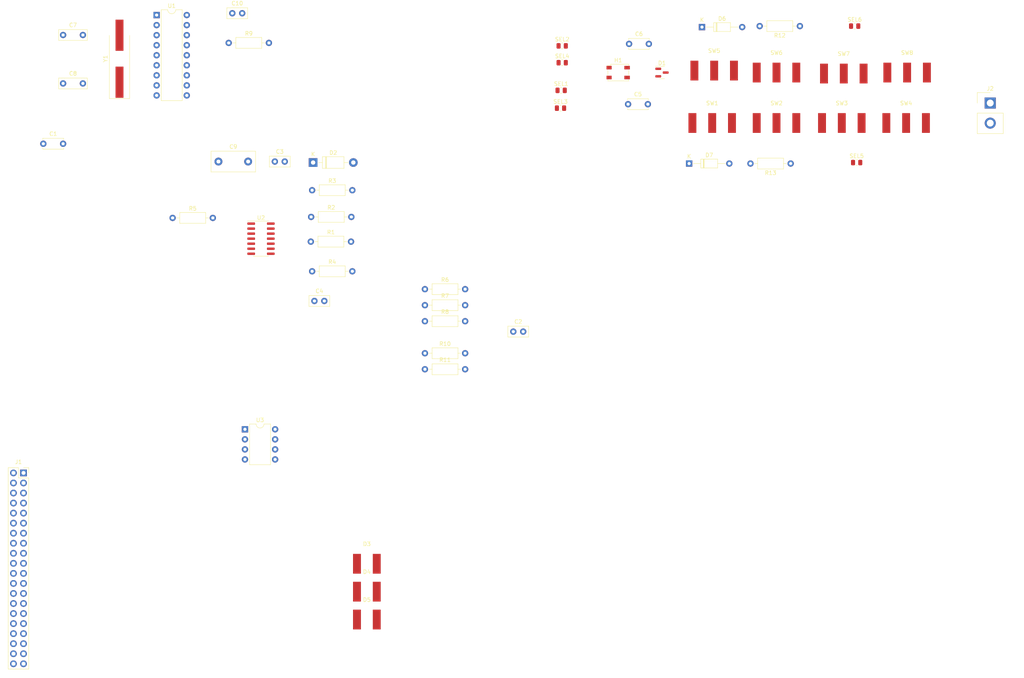
<source format=kicad_pcb>
(kicad_pcb (version 20221018) (generator pcbnew)
  (layers (0 "F.Cu" signal) (31 "B.Cu" signal) (34 "B.Paste" user) (35 "F.Paste" user) (36 "B.SilkS" user "B.Silkscreen") (37 "F.SilkS" user "F.Silkscreen") (38 "B.Mask" user) (39 "F.Mask" user) (44 "Edge.Cuts" user))
  (net 0 "")
  (net 1 "Net-(C1-Pad1)")
  (net 2 "GND")
  (net 3 "+5V")
  (net 4 "Net-(D2-K)")
  (net 5 "Net-(C5-Pad1)")
  (net 6 "Net-(C6-Pad1)")
  (net 7 "Net-(U1-OSC2)")
  (net 8 "Net-(U1-OSC1)")
  (net 9 "Net-(U2-BAT)")
  (net 10 "Net-(D7-K)")
  (net 11 "Net-(D6-K)")
  (net 12 "+12V")
  (net 13 "ERR")
  (net 14 "Net-(D3-A)")
  (net 15 "RXD")
  (net 16 "Net-(D4-A)")
  (net 17 "TXD")
  (net 18 "Net-(D5-A)")
  (net 19 "Net-(D6-A)")
  (net 20 "Net-(D7-A)")
  (net 21 "CANH")
  (net 22 "CANL")
  (net 23 "STB_FT")
  (net 24 "WAKE")
  (net 25 "EN")
  (net 26 "TX0RTS")
  (net 27 "TX1RTS")
  (net 28 "TX2RTS")
  (net 29 "RX0BF")
  (net 30 "RX1BF")
  (net 31 "SOF")
  (net 32 "INT")
  (net 33 "SPI_IN")
  (net 34 "SPI_OUT")
  (net 35 "SPI_CS")
  (net 36 "SPI_CLK")
  (net 37 "RESET")
  (net 38 "Net-(U2-RTH)")
  (net 39 "CANL_FT")
  (net 40 "Net-(U2-RTL)")
  (net 41 "CANH_FT")
  (net 42 "CANH_HS")
  (net 43 "CANL_HS")
  (net 44 "Net-(U3-SPLIT)")
  (net 45 "Net-(SW1-A)")
  (net 47 "Net-(SW2-A)")
  (net 48 "Net-(SW3-A)")
  (net 49 "Net-(SW3-C)")
  (net 50 "Net-(SW5-A)")
  (net 52 "Net-(SW6-A)")
  (net 53 "Net-(SW7-A)")
  (footprint "Resistor_THT:R_Axial_DIN0207_L6.3mm_D2.5mm_P10.16mm_Horizontal" (layer "F.Cu") (at 97.92 70.75)
    (fp_text reference "R2" (at 5.08 -2.37) (layer "F.SilkS"))
    (fp_text value "Rrtl")
    (fp_line (start 1.04 0) (end 1.81 0) (stroke (width 0.12)) (layer "F.SilkS"))
    (fp_line (start 1.81 -1.37) (end 1.81 1.37) (stroke (width 0.12)) (layer "F.SilkS"))
    (fp_line (start 1.81 1.37) (end 8.35 1.37) (stroke (width 0.12)) (layer "F.SilkS"))
    (fp_line (start 8.35 -1.37) (end 1.81 -1.37) (stroke (width 0.12)) (layer "F.SilkS"))
    (fp_line (start 8.35 1.37) (end 8.35 -1.37) (stroke (width 0.12)) (layer "F.SilkS"))
    (fp_line (start 9.12 0) (end 8.35 0) (stroke (width 0.12)) (layer "F.SilkS"))
    (pad "1" thru_hole circle (at 0 0) (size 1.6 1.6) (drill 0.8) (layers "*.Cu" "*.Mask") (net 40 "Net-(U2-RTL)"))
    (pad "2" thru_hole oval (at 10.16 0) (size 1.6 1.6) (drill 0.8) (layers "*.Cu" "*.Mask") (net 41 "CANH_FT"))
  )
  (footprint "Resistor_THT:R_Axial_DIN0207_L6.3mm_D2.5mm_P10.16mm_Horizontal" (layer "F.Cu") (at 126.67 105.22)
    (fp_text reference "R10" (at 5.08 -2.37) (layer "F.SilkS"))
    (fp_text value "R(D)/750")
    (fp_line (start 1.04 0) (end 1.81 0) (stroke (width 0.12)) (layer "F.SilkS"))
    (fp_line (start 1.81 -1.37) (end 1.81 1.37) (stroke (width 0.12)) (layer "F.SilkS"))
    (fp_line (start 1.81 1.37) (end 8.35 1.37) (stroke (width 0.12)) (layer "F.SilkS"))
    (fp_line (start 8.35 -1.37) (end 1.81 -1.37) (stroke (width 0.12)) (layer "F.SilkS"))
    (fp_line (start 8.35 1.37) (end 8.35 -1.37) (stroke (width 0.12)) (layer "F.SilkS"))
    (fp_line (start 9.12 0) (end 8.35 0) (stroke (width 0.12)) (layer "F.SilkS"))
    (pad "1" thru_hole circle (at 0 0) (size 1.6 1.6) (drill 0.8) (layers "*.Cu" "*.Mask") (net 16 "Net-(D4-A)"))
    (pad "2" thru_hole oval (at 10.16 0) (size 1.6 1.6) (drill 0.8) (layers "*.Cu" "*.Mask") (net 3 "+5V"))
  )
  (footprint "Capacitor_THT:C_Disc_D5.0mm_W2.5mm_P5.00mm" (layer "F.Cu") (at 30.25 52.25)
    (fp_text reference "C1" (at 2.5 -2.5) (layer "F.SilkS"))
    (fp_text value "4n7")
    (fp_line (start -0.12 -1.37) (end -0.12 -1.055) (stroke (width 0.12)) (layer "F.SilkS"))
    (fp_line (start -0.12 -1.37) (end 5.12 -1.37) (stroke (width 0.12)) (layer "F.SilkS"))
    (fp_line (start -0.12 1.055) (end -0.12 1.37) (stroke (width 0.12)) (layer "F.SilkS"))
    (fp_line (start -0.12 1.37) (end 5.12 1.37) (stroke (width 0.12)) (layer "F.SilkS"))
    (fp_line (start 5.12 -1.37) (end 5.12 -1.055) (stroke (width 0.12)) (layer "F.SilkS"))
    (fp_line (start 5.12 1.055) (end 5.12 1.37) (stroke (width 0.12)) (layer "F.SilkS"))
    (pad "1" thru_hole circle (at 0 0) (size 1.6 1.6) (drill 0.8) (layers "*.Cu" "*.Mask") (net 1 "Net-(C1-Pad1)"))
    (pad "2" thru_hole circle (at 5 0) (size 1.6 1.6) (drill 0.8) (layers "*.Cu" "*.Mask") (net 2 "GND"))
  )
  (footprint "1_WLASNA_Library:3PAD_WIRE_SWITCH" (layer "F.Cu") (at 248.5 34.25)
    (fp_text reference "SW8" (at 0 -5) (layer "F.SilkS"))
    (fp_text value "SW_SPDT")
    (pad "1" smd rect (at -5 0) (size 2 5) (layers "F.Cu" "F.Paste" "F.Mask") (net 21 "CANH"))
    (pad "2" smd rect (at 0 0) (size 2 5) (layers "F.Cu" "F.Paste" "F.Mask") (net 53 "Net-(SW7-A)"))
    (pad "3" smd rect (at 5 0) (size 2 5) (layers "F.Cu" "F.Paste" "F.Mask") (net 12 "+12V"))
  )
  (footprint "Capacitor_THT:C_Disc_D5.0mm_W2.5mm_P5.00mm" (layer "F.Cu") (at 178 42.25)
    (fp_text reference "C5" (at 2.5 -2.5) (layer "F.SilkS"))
    (fp_text value "150p")
    (fp_line (start -0.12 -1.37) (end -0.12 -1.055) (stroke (width 0.12)) (layer "F.SilkS"))
    (fp_line (start -0.12 -1.37) (end 5.12 -1.37) (stroke (width 0.12)) (layer "F.SilkS"))
    (fp_line (start -0.12 1.055) (end -0.12 1.37) (stroke (width 0.12)) (layer "F.SilkS"))
    (fp_line (start -0.12 1.37) (end 5.12 1.37) (stroke (width 0.12)) (layer "F.SilkS"))
    (fp_line (start 5.12 -1.37) (end 5.12 -1.055) (stroke (width 0.12)) (layer "F.SilkS"))
    (fp_line (start 5.12 1.055) (end 5.12 1.37) (stroke (width 0.12)) (layer "F.SilkS"))
    (pad "1" thru_hole circle (at 0 0) (size 1.6 1.6) (drill 0.8) (layers "*.Cu" "*.Mask") (net 5 "Net-(C5-Pad1)"))
    (pad "2" thru_hole circle (at 5 0) (size 1.6 1.6) (drill 0.8) (layers "*.Cu" "*.Mask") (net 2 "GND"))
  )
  (footprint "Resistor_THT:R_Axial_DIN0207_L6.3mm_D2.5mm_P10.16mm_Horizontal" (layer "F.Cu") (at 98.17 84.5)
    (fp_text reference "R4" (at 5.08 -2.37) (layer "F.SilkS"))
    (fp_text value "R(D3)")
    (fp_line (start 1.04 0) (end 1.81 0) (stroke (width 0.12)) (layer "F.SilkS"))
    (fp_line (start 1.81 -1.37) (end 1.81 1.37) (stroke (width 0.12)) (layer "F.SilkS"))
    (fp_line (start 1.81 1.37) (end 8.35 1.37) (stroke (width 0.12)) (layer "F.SilkS"))
    (fp_line (start 8.35 -1.37) (end 1.81 -1.37) (stroke (width 0.12)) (layer "F.SilkS"))
    (fp_line (start 8.35 1.37) (end 8.35 -1.37) (stroke (width 0.12)) (layer "F.SilkS"))
    (fp_line (start 9.12 0) (end 8.35 0) (stroke (width 0.12)) (layer "F.SilkS"))
    (pad "1" thru_hole circle (at 0 0) (size 1.6 1.6) (drill 0.8) (layers "*.Cu" "*.Mask") (net 14 "Net-(D3-A)"))
    (pad "2" thru_hole oval (at 10.16 0) (size 1.6 1.6) (drill 0.8) (layers "*.Cu" "*.Mask") (net 3 "+5V"))
  )
  (footprint "Package_SO:SO-14_3.9x8.65mm_P1.27mm" (layer "F.Cu") (at 85.25 76.25)
    (fp_text reference "U2" (at 0 -5.28) (layer "F.SilkS"))
    (fp_text value "TJA1055T_3_C,518")
    (fp_line (start 0 -4.435) (end -3.45 -4.435) (stroke (width 0.12)) (layer "F.SilkS"))
    (fp_line (start 0 -4.435) (end 1.95 -4.435) (stroke (width 0.12)) (layer "F.SilkS"))
    (fp_line (start 0 4.435) (end -1.95 4.435) (stroke (width 0.12)) (layer "F.SilkS"))
    (fp_line (start 0 4.435) (end 1.95 4.435) (stroke (width 0.12)) (layer "F.SilkS"))
    (pad "1" smd roundrect (at -2.475 -3.81) (size 1.95 0.6) (layers "F.Cu" "F.Paste" "F.Mask"))
    (pad "2" smd roundrect (at -2.475 -2.54) (size 1.95 0.6) (layers "F.Cu" "F.Paste" "F.Mask") (net 17 "TXD"))
    (pad "3" smd roundrect (at -2.475 -1.27) (size 1.95 0.6) (layers "F.Cu" "F.Paste" "F.Mask") (net 15 "RXD"))
    (pad "4" smd roundrect (at -2.475 0) (size 1.95 0.6) (layers "F.Cu" "F.Paste" "F.Mask") (net 13 "ERR"))
    (pad "5" smd roundrect (at -2.475 1.27) (size 1.95 0.6) (layers "F.Cu" "F.Paste" "F.Mask") (net 23 "STB_FT"))
    (pad "6" smd roundrect (at -2.475 2.54) (size 1.95 0.6) (layers "F.Cu" "F.Paste" "F.Mask") (net 25 "EN"))
    (pad "7" smd roundrect (at -2.475 3.81) (size 1.95 0.6) (layers "F.Cu" "F.Paste" "F.Mask") (net 24 "WAKE"))
    (pad "8" smd roundrect (at 2.475 3.81) (size 1.95 0.6) (layers "F.Cu" "F.Paste" "F.Mask") (net 38 "Net-(U2-RTH)"))
    (pad "9" smd roundrect (at 2.475 2.54) (size 1.95 0.6) (layers "F.Cu" "F.Paste" "F.Mask") (net 40 "Net-(U2-RTL)"))
    (pad "10" smd roundrect (at 2.475 1.27) (size 1.95 0.6) (layers "F.Cu" "F.Paste" "F.Mask") (net 3 "+5V"))
    (pad "11" smd roundrect (at 2.475 0) (size 1.95 0.6) (layers "F.Cu" "F.Paste" "F.Mask") (net 41 "CANH_FT"))
    (pad "12" smd roundrect (at 2.475 -1.27) (size 1.95 0.6) (layers "F.Cu" "F.Paste" "F.Mask") (net 39 "CANL_FT"))
    (pad "13" smd roundrect (at 2.475 -2.54) (size 1.95 0.6) (layers "F.Cu" "F.Paste" "F.Mask") (net 2 "GND"))
    (pad "14" smd roundrect (at 2.475 -3.81) (size 1.95 0.6) (layers "F.Cu" "F.Paste" "F.Mask") (net 9 "Net-(U2-BAT)"))
  )
  (footprint "Capacitor_THT:C_Disc_D7.0mm_W2.5mm_P5.00mm" (layer "F.Cu") (at 35.25 37)
    (fp_text reference "C8" (at 2.5 -2.5) (layer "F.SilkS"))
    (fp_text value "15p")
    (fp_line (start -1.12 -1.37) (end -1.12 1.37) (stroke (width 0.12)) (layer "F.SilkS"))
    (fp_line (start -1.12 -1.37) (end 6.12 -1.37) (stroke (width 0.12)) (layer "F.SilkS"))
    (fp_line (start -1.12 1.37) (end 6.12 1.37) (stroke (width 0.12)) (layer "F.SilkS"))
    (fp_line (start 6.12 -1.37) (end 6.12 1.37) (stroke (width 0.12)) (layer "F.SilkS"))
    (pad "1" thru_hole circle (at 0 0) (size 1.6 1.6) (drill 0.8) (layers "*.Cu" "*.Mask") (net 2 "GND"))
    (pad "2" thru_hole circle (at 5 0) (size 1.6 1.6) (drill 0.8) (layers "*.Cu" "*.Mask") (net 8 "Net-(U1-OSC1)"))
  )
  (footprint "Resistor_THT:R_Axial_DIN0207_L6.3mm_D2.5mm_P10.16mm_Horizontal" (layer "F.Cu") (at 126.67 97.12)
    (fp_text reference "R8" (at 5.08 -2.37) (layer "F.SilkS"))
    (fp_text value "300")
    (fp_line (start 1.04 0) (end 1.81 0) (stroke (width 0.12)) (layer "F.SilkS"))
    (fp_line (start 1.81 -1.37) (end 1.81 1.37) (stroke (width 0.12)) (layer "F.SilkS"))
    (fp_line (start 1.81 1.37) (end 8.35 1.37) (stroke (width 0.12)) (layer "F.SilkS"))
    (fp_line (start 8.35 -1.37) (end 1.81 -1.37) (stroke (width 0.12)) (layer "F.SilkS"))
    (fp_line (start 8.35 1.37) (end 8.35 -1.37) (stroke (width 0.12)) (layer "F.SilkS"))
    (fp_line (start 9.12 0) (end 8.35 0) (stroke (width 0.12)) (layer "F.SilkS"))
    (pad "1" thru_hole circle (at 0 0) (size 1.6 1.6) (drill 0.8) (layers "*.Cu" "*.Mask") (net 44 "Net-(U3-SPLIT)"))
    (pad "2" thru_hole oval (at 10.16 0) (size 1.6 1.6) (drill 0.8) (layers "*.Cu" "*.Mask") (net 1 "Net-(C1-Pad1)"))
  )
  (footprint "1_WLASNA_Library:2PAD_WIRE" (layer "F.Cu") (at 112 165.5)
    (fp_text reference "D4" (at 0 -5) (layer "F.SilkS"))
    (fp_text value "LED")
    (pad "1" smd rect (at -2.5 0) (size 2 5) (layers "F.Cu" "F.Paste" "F.Mask") (net 15 "RXD"))
    (pad "2" smd rect (at 2.5 0) (size 2 5) (layers "F.Cu" "F.Paste" "F.Mask") (net 16 "Net-(D4-A)"))
  )
  (footprint "Resistor_SMD:R_0805_2012Metric" (layer "F.Cu") (at 161.0875 38.75)
    (fp_text reference "SEL1" (at 0 -1.65) (layer "F.SilkS"))
    (fp_text value "~")
    (fp_line (start -0.227064 -0.735) (end 0.227064 -0.735) (stroke (width 0.12)) (layer "F.SilkS"))
    (fp_line (start -0.227064 0.735) (end 0.227064 0.735) (stroke (width 0.12)) (layer "F.SilkS"))
    (pad "1" smd roundrect (at -0.9125 0) (size 1.025 1.4) (layers "F.Cu" "F.Paste" "F.Mask") (roundrect_rratio 0.243902) (net 42 "CANH_HS"))
    (pad "2" smd roundrect (at 0.9125 0) (size 1.025 1.4) (layers "F.Cu" "F.Paste" "F.Mask") (roundrect_rratio 0.243902) (net 5 "Net-(C5-Pad1)"))
  )
  (footprint "Capacitor_THT:C_Disc_D5.0mm_W2.5mm_P5.00mm" (layer "F.Cu") (at 178.25 27)
    (fp_text reference "C6" (at 2.5 -2.5) (layer "F.SilkS"))
    (fp_text value "150p")
    (fp_line (start -0.12 -1.37) (end -0.12 -1.055) (stroke (width 0.12)) (layer "F.SilkS"))
    (fp_line (start -0.12 -1.37) (end 5.12 -1.37) (stroke (width 0.12)) (layer "F.SilkS"))
    (fp_line (start -0.12 1.055) (end -0.12 1.37) (stroke (width 0.12)) (layer "F.SilkS"))
    (fp_line (start -0.12 1.37) (end 5.12 1.37) (stroke (width 0.12)) (layer "F.SilkS"))
    (fp_line (start 5.12 -1.37) (end 5.12 -1.055) (stroke (width 0.12)) (layer "F.SilkS"))
    (fp_line (start 5.12 1.055) (end 5.12 1.37) (stroke (width 0.12)) (layer "F.SilkS"))
    (pad "1" thru_hole circle (at 0 0) (size 1.6 1.6) (drill 0.8) (layers "*.Cu" "*.Mask") (net 6 "Net-(C6-Pad1)"))
    (pad "2" thru_hole circle (at 5 0) (size 1.6 1.6) (drill 0.8) (layers "*.Cu" "*.Mask") (net 2 "GND"))
  )
  (footprint "Package_TO_SOT_SMD:SOT-23" (layer "F.Cu") (at 186.5625 34.25)
    (fp_text reference "D1" (at 0 -2.4) (layer "F.SilkS"))
    (fp_text value "PESD2IVN24-TR")
    (fp_line (start 0 -1.56) (end -1.675 -1.56) (stroke (width 0.12)) (layer "F.SilkS"))
    (fp_line (start 0 -1.56) (end 0.65 -1.56) (stroke (width 0.12)) (layer "F.SilkS"))
    (fp_line (start 0 1.56) (end -0.65 1.56) (stroke (width 0.12)) (layer "F.SilkS"))
    (fp_line (start 0 1.56) (end 0.65 1.56) (stroke (width 0.12)) (layer "F.SilkS"))
    (pad "1" smd roundrect (at -0.9375 -0.95) (size 1.475 0.6) (layers "F.Cu" "F.Paste" "F.Mask") (net 10 "Net-(D7-K)"))
    (pad "2" smd roundrect (at -0.9375 0.95) (size 1.475 0.6) (layers "F.Cu" "F.Paste" "F.Mask") (net 11 "Net-(D6-K)"))
    (pad "3" smd roundrect (at 0.9375 0) (size 1.475 0.6) (layers "F.Cu" "F.Paste" "F.Mask") (net 2 "GND"))
  )
  (footprint "Capacitor_THT:C_Disc_D5.0mm_W2.5mm_P2.50mm" (layer "F.Cu") (at 149 99.75)
    (fp_text reference "C2" (at 1.25 -2.5) (layer "F.SilkS"))
    (fp_text value "100n")
    (fp_line (start -1.37 -1.37) (end -1.37 1.37) (stroke (width 0.12)) (layer "F.SilkS"))
    (fp_line (start -1.37 -1.37) (end 3.87 -1.37) (stroke (width 0.12)) (layer "F.SilkS"))
    (fp_line (start -1.37 1.37) (end 3.87 1.37) (stroke (width 0.12)) (layer "F.SilkS"))
    (fp_line (start 3.87 -1.37) (end 3.87 1.37) (stroke (width 0.12)) (layer "F.SilkS"))
    (pad "1" thru_hole circle (at 0 0) (size 1.6 1.6) (drill 0.8) (layers "*.Cu" "*.Mask") (net 2 "GND"))
    (pad "2" thru_hole circle (at 2.5 0) (size 1.6 1.6) (drill 0.8) (layers "*.Cu" "*.Mask") (net 3 "+5V"))
  )
  (footprint "1_WLASNA_Library:3PAD_WIRE_SWITCH" (layer "F.Cu") (at 215.5 47)
    (fp_text reference "SW2" (at 0 -5) (layer "F.SilkS"))
    (fp_text value "SW_SPDT")
    (pad "1" smd rect (at -5 0) (size 2 5) (layers "F.Cu" "F.Paste" "F.Mask") (net 47 "Net-(SW2-A)"))
    (pad "2" smd rect (at 0 0) (size 2 5) (layers "F.Cu" "F.Paste" "F.Mask") (net 45 "Net-(SW1-A)"))
    (pad "3" smd rect (at 5 0) (size 2 5) (layers "F.Cu" "F.Paste" "F.Mask") (net 2 "GND"))
  )
  (footprint "Capacitor_THT:C_Disc_D11.0mm_W5.0mm_P7.50mm" (layer "F.Cu") (at 74.5 56.75)
    (fp_text reference "C9" (at 3.75 -3.75) (layer "F.SilkS"))
    (fp_text value "10n")
    (fp_line (start -1.87 -2.62) (end -1.87 2.62) (stroke (width 0.12)) (layer "F.SilkS"))
    (fp_line (start -1.87 -2.62) (end 9.37 -2.62) (stroke (width 0.12)) (layer "F.SilkS"))
    (fp_line (start -1.87 2.62) (end 9.37 2.62) (stroke (width 0.12)) (layer "F.SilkS"))
    (fp_line (start 9.37 -2.62) (end 9.37 2.62) (stroke (width 0.12)) (layer "F.SilkS"))
    (pad "1" thru_hole circle (at 0 0) (size 2 2) (drill 1) (layers "*.Cu" "*.Mask") (net 2 "GND"))
    (pad "2" thru_hole circle (at 7.5 0) (size 2 2) (drill 1) (layers "*.Cu" "*.Mask") (net 9 "Net-(U2-BAT)"))
  )
  (footprint "1_WLASNA_Library:2PAD_WIRE" (layer "F.Cu") (at 112 158.45)
    (fp_text reference "D3" (at 0 -5) (layer "F.SilkS"))
    (fp_text value "LED")
    (pad "1" smd rect (at -2.5 0) (size 2 5) (layers "F.Cu" "F.Paste" "F.Mask") (net 13 "ERR"))
    (pad "2" smd rect (at 2.5 0) (size 2 5) (layers "F.Cu" "F.Paste" "F.Mask") (net 14 "Net-(D3-A)"))
  )
  (footprint "1_WLASNA_Library:4Pin_COMMON_MODE_CHOKE_B82787C0104H002" (layer "F.Cu") (at 175.5 34.25)
    (fp_text reference "H1" (at 0 -3.1) (layer "F.SilkS"))
    (fp_text value "B82787C0104H002")
    (fp_line (start -2.7375 -1.8) (end -1.9125 -1.8) (stroke (width 0.12)) (layer "F.SilkS"))
    (fp_line (start -2.6 -0.6) (end -2.6 0.62) (stroke (width 0.12)) (layer "F.SilkS"))
    (fp_line (start -2.6 2.1) (end -2.6 1.82) (stroke (width 0.12)) (layer "F.SilkS"))
    (fp_line (start -1.9 -2.1) (end -1.9 -1.82) (stroke (width 0.12)) (layer "F.SilkS"))
    (fp_line (start -1.9 -2.1) (end 2.65 -2.1) (stroke (width 0.12)) (layer "F.SilkS"))
    (fp_line (start 2.65 -2.1) (end 2.65 -1.77) (stroke (width 0.12)) (layer "F.SilkS"))
    (fp_line (start 2.65 -0.6) (end 2.65 0.62) (stroke (width 0.12)) (layer "F.SilkS"))
    (fp_line (start 2.65 2.1) (end -2.6 2.1) (stroke (width 0.12)) (layer "F.SilkS"))
    (fp_line (start 2.65 2.1) (end 2.65 1.82) (stroke (width 0.12)) (layer "F.SilkS"))
    (pad "1" smd rect (at -2.3 -1.25) (size 1.3 0.9) (layers "F.Cu" "F.Paste" "F.Mask") (net 6 "Net-(C6-Pad1)"))
    (pad "2" smd rect (at -2.3 1.25) (size 1.3 0.9) (layers "F.Cu" "F.Paste" "F.Mask") (net 5 "Net-(C5-Pad1)"))
    (pad "3" smd rect (at 2.25 1.25) (size 1.4 0.9) (layers "F.Cu" "F.Paste" "F.Mask") (net 11 "Net-(D6-K)"))
    (pad "4" smd rect (at 2.25 -1.25) (size 1.4 0.9) (layers "F.Cu" "F.Paste" "F.Mask") (net 10 "Net-(D7-K)"))
  )
  (footprint "1_WLASNA_Library:3PAD_WIRE_SWITCH" (layer "F.Cu") (at 248.25 47)
    (fp_text reference "SW4" (at 0 -5) (layer "F.SilkS"))
    (fp_text value "SW_SPDT")
    (pad "1" smd rect (at -5 0) (size 2 5) (layers "F.Cu" "F.Paste" "F.Mask") (net 22 "CANL"))
    (pad "2" smd rect (at 0 0) (size 2 5) (layers "F.Cu" "F.Paste" "F.Mask") (net 48 "Net-(SW3-A)"))
    (pad "3" smd rect (at 5 0) (size 2 5) (layers "F.Cu" "F.Paste" "F.Mask") (net 12 "+12V"))
  )
  (footprint "Resistor_THT:R_Axial_DIN0207_L6.3mm_D2.5mm_P10.16mm_Horizontal" (layer "F.Cu") (at 62.92 71)
    (fp_text reference "R5" (at 5.08 -2.37) (layer "F.SilkS"))
    (fp_text value ">1k8")
    (fp_line (start 1.04 0) (end 1.81 0) (stroke (width 0.12)) (layer "F.SilkS"))
    (fp_line (start 1.81 -1.37) (end 1.81 1.37) (stroke (width 0.12)) (layer "F.SilkS"))
    (fp_line (start 1.81 1.37) (end 8.35 1.37) (stroke (width 0.12)) (layer "F.SilkS"))
    (fp_line (start 8.35 -1.37) (end 1.81 -1.37) (stroke (width 0.12)) (layer "F.SilkS"))
    (fp_line (start 8.35 1.37) (end 8.35 -1.37) (stroke (width 0.12)) (layer "F.SilkS"))
    (fp_line (start 9.12 0) (end 8.35 0) (stroke (width 0.12)) (layer "F.SilkS"))
    (pad "1" thru_hole circle (at 0 0) (size 1.6 1.6) (drill 0.8) (layers "*.Cu" "*.Mask") (net 24 "WAKE"))
    (pad "2" thru_hole oval (at 10.16 0) (size 1.6 1.6) (drill 0.8) (layers "*.Cu" "*.Mask") (net 9 "Net-(U2-BAT)"))
  )
  (footprint "Resistor_SMD:R_0805_2012Metric" (layer "F.Cu") (at 235.75 57)
    (fp_text reference "SEL5" (at 0 -1.65) (layer "F.SilkS"))
    (fp_text value "~")
    (fp_line (start -0.227064 -0.735) (end 0.227064 -0.735) (stroke (width 0.12)) (layer "F.SilkS"))
    (fp_line (start -0.227064 0.735) (end 0.227064 0.735) (stroke (width 0.12)) (layer "F.SilkS"))
    (pad "1" smd roundrect (at -0.9125 0) (size 1.025 1.4) (layers "F.Cu" "F.Paste" "F.Mask") (roundrect_rratio 0.243902) (net 11 "Net-(D6-K)"))
    (pad "2" smd roundrect (at 0.9125 0) (size 1.025 1.4) (layers "F.Cu" "F.Paste" "F.Mask") (roundrect_rratio 0.243902) (net 22 "CANL"))
  )
  (footprint "Resistor_THT:R_Axial_DIN0207_L6.3mm_D2.5mm_P10.16mm_Horizontal" (layer "F.Cu") (at 98.17 64)
    (fp_text reference "R3" (at 5.08 -2.37) (layer "F.SilkS"))
    (fp_text value "1-2k")
    (fp_line (start 1.04 0) (end 1.81 0) (stroke (width 0.12)) (layer "F.SilkS"))
    (fp_line (start 1.81 -1.37) (end 1.81 1.37) (stroke (width 0.12)) (layer "F.SilkS"))
    (fp_line (start 1.81 1.37) (end 8.35 1.37) (stroke (width 0.12)) (layer "F.SilkS"))
    (fp_line (start 8.35 -1.37) (end 1.81 -1.37) (stroke (width 0.12)) (layer "F.SilkS"))
    (fp_line (start 8.35 1.37) (end 8.35 -1.37) (stroke (width 0.12)) (layer "F.SilkS"))
    (fp_line (start 9.12 0) (end 8.35 0) (stroke (width 0.12)) (layer "F.SilkS"))
    (pad "1" thru_hole circle (at 0 0) (size 1.6 1.6) (drill 0.8) (layers "*.Cu" "*.Mask") (net 9 "Net-(U2-BAT)"))
    (pad "2" thru_hole oval (at 10.16 0) (size 1.6 1.6) (drill 0.8) (layers "*.Cu" "*.Mask") (net 4 "Net-(D2-K)"))
  )
  (footprint "Connector_Samtec_HPM_THT:Samtec_HPM-02-05-x-S_Straight_1x02_Pitch5.08mm" (layer "F.Cu") (at 269.5 41.955)
    (fp_text reference "J2" (at 0 -3.65) (layer "F.SilkS"))
    (fp_text value "Screw_Terminal_01x02")
    (fp_line (start -3.285 -2.65) (end 0 -2.65) (stroke (width 0.12)) (layer "F.SilkS"))
    (fp_line (start -3.285 0) (end -3.285 -2.65) (stroke (width 0.12)) (layer "F.SilkS"))
    (fp_line (start -3.285 2.54) (end -3.285 7.73) (stroke (width 0.12)) (layer "F.SilkS"))
    (fp_line (start -3.285 2.54) (end 3.285 2.54) (stroke (width 0.12)) (layer "F.SilkS"))
    (fp_line (start -3.285 7.73) (end 3.285 7.73) (stroke (width 0.12)) (layer "F.SilkS"))
    (fp_line (start 3.285 2.54) (end 3.285 7.73) (stroke (width 0.12)) (layer "F.SilkS"))
    (pad "1" thru_hole rect (at 0 0) (size 2.8 2.8) (drill 1.75) (layers "*.Cu" "*.Mask") (net 21 "CANH"))
    (pad "2" thru_hole circle (at 0 5.08) (size 2.8 2.8) (drill 1.75) (layers "*.Cu" "*.Mask") (net 22 "CANL"))
  )
  (footprint "Resistor_SMD:R_0805_2012Metric" (layer "F.Cu") (at 235.25 22.5)
    (fp_text reference "SEL6" (at 0 -1.65) (layer "F.SilkS"))
    (fp_text value "~")
    (fp_line (start -0.227064 -0.735) (end 0.227064 -0.735) (stroke (width 0.12)) (layer "F.SilkS"))
    (fp_line (start -0.227064 0.735) (end 0.227064 0.735) (stroke (width 0.12)) (layer "F.SilkS"))
    (pad "1" smd roundrect (at -0.9125 0) (size 1.025 1.4) (layers "F.Cu" "F.Paste" "F.Mask") (roundrect_rratio 0.243902) (net 10 "Net-(D7-K)"))
    (pad "2" smd roundrect (at 0.9125 0) (size 1.025 1.4) (layers "F.Cu" "F.Paste" "F.Mask") (roundrect_rratio 0.243902) (net 21 "CANH"))
  )
  (footprint "1_WLASNA_Library:3PAD_WIRE_SWITCH" (layer "F.Cu") (at 215.5 34.25)
    (fp_text reference "SW6" (at 0 -5) (layer "F.SilkS"))
    (fp_text value "SW_SPDT")
    (pad "1" smd rect (at -5 0) (size 2 5) (layers "F.Cu" "F.Paste" "F.Mask") (net 52 "Net-(SW6-A)"))
    (pad "2" smd rect (at 0 0) (size 2 5) (layers "F.Cu" "F.Paste" "F.Mask") (net 50 "Net-(SW5-A)"))
    (pad "3" smd rect (at 5 0) (size 2 5) (layers "F.Cu" "F.Paste" "F.Mask") (net 2 "GND"))
  )
  (footprint "1_WLASNA_Library:2PAD_WIRE" (layer "F.Cu") (at 112 172.55)
    (fp_text reference "D5" (at 0 -5) (layer "F.SilkS"))
    (fp_text value "LED")
    (pad "1" smd rect (at -2.5 0) (size 2 5) (layers "F.Cu" "F.Paste" "F.Mask") (net 17 "TXD"))
    (pad "2" smd rect (at 2.5 0) (size 2 5) (layers "F.Cu" "F.Paste" "F.Mask") (net 18 "Net-(D5-A)"))
  )
  (footprint "Capacitor_THT:C_Disc_D5.0mm_W2.5mm_P2.50mm" (layer "F.Cu") (at 78 19.25)
    (fp_text reference "C10" (at 1.25 -2.5) (layer "F.SilkS"))
    (fp_text value "100n")
    (fp_line (start -1.37 -1.37) (end -1.37 1.37) (stroke (width 0.12)) (layer "F.SilkS"))
    (fp_line (start -1.37 -1.37) (end 3.87 -1.37) (stroke (width 0.12)) (layer "F.SilkS"))
    (fp_line (start -1.37 1.37) (end 3.87 1.37) (stroke (width 0.12)) (layer "F.SilkS"))
    (fp_line (start 3.87 -1.37) (end 3.87 1.37) (stroke (width 0.12)) (layer "F.SilkS"))
    (pad "1" thru_hole circle (at 0 0) (size 1.6 1.6) (drill 0.8) (layers "*.Cu" "*.Mask") (net 2 "GND"))
    (pad "2" thru_hole circle (at 2.5 0) (size 1.6 1.6) (drill 0.8) (layers "*.Cu" "*.Mask") (net 3 "+5V"))
  )
  (footprint "Diode_THT:D_DO-35_SOD27_P10.16mm_Horizontal" (layer "F.Cu") (at 193.42 57.25)
    (fp_text reference "D7" (at 5.08 -2.12) (layer "F.SilkS"))
    (fp_text value "Zener 10V")
    (fp_text user "K" (at 0 -1.8) (layer "F.SilkS"))
    (fp_line (start 1.04 0) (end 2.96 0) (stroke (width 0.12)) (layer "F.SilkS"))
    (fp_line (start 2.96 -1.12) (end 2.96 1.12) (stroke (width 0.12)) (layer "F.SilkS"))
    (fp_line (start 2.96 1.12) (end 7.2 1.12) (stroke (width 0.12)) (layer "F.SilkS"))
    (fp_line (start 3.56 -1.12) (end 3.56 1.12) (stroke (width 0.12)) (layer "F.SilkS"))
    (fp_line (start 3.68 -1.12) (end 3.68 1.12) (stroke (width 0.12)) (layer "F.SilkS"))
    (fp_line (start 3.8 -1.12) (end 3.8 1.12) (stroke (width 0.12)) (layer "F.SilkS"))
    (fp_line (start 7.2 -1.12) (end 2.96 -1.12) (stroke (width 0.12)) (layer "F.SilkS"))
    (fp_line (start 7.2 1.12) (end 7.2 -1.12) (stroke (width 0.12)) (layer "F.SilkS"))
    (fp_line (start 9.12 0) (end 7.2 0) (stroke (width 0.12)) (layer "F.SilkS"))
    (pad "1" thru_hole rect (at 0 0) (size 1.6 1.6) (drill 0.8) (layers "*.Cu" "*.Mask") (net 10 "Net-(D7-K)"))
    (pad "2" thru_hole oval (at 10.16 0) (size 1.6 1.6) (drill 0.8) (layers "*.Cu" "*.Mask") (net 20 "Net-(D7-A)"))
  )
  (footprint "Resistor_THT:R_Axial_DIN0207_L6.3mm_D2.5mm_P10.16mm_Horizontal" (layer "F.Cu") (at 221.41 22.5 180)
    (fp_text reference "R12" (at 5.08 -2.37) (layer "F.SilkS"))
    (fp_text value "1")
    (fp_line (start 1.04 0) (end 1.81 0) (stroke (width 0.12)) (layer "F.SilkS"))
    (fp_line (start 1.81 -1.37) (end 1.81 1.37) (stroke (width 0.12)) (layer "F.SilkS"))
    (fp_line (start 1.81 1.37) (end 8.35 1.37) (stroke (width 0.12)) (layer "F.SilkS"))
    (fp_line (start 8.35 -1.37) (end 1.81 -1.37) (stroke (width 0.12)) (layer "F.SilkS"))
    (fp_line (start 8.35 1.37) (end 8.35 -1.37) (stroke (width 0.12)) (layer "F.SilkS"))
    (fp_line (start 9.12 0) (end 8.35 0) (stroke (width 0.12)) (layer "F.SilkS"))
    (pad "1" thru_hole circle (at 0 0 180) (size 1.6 1.6) (drill 0.8) (layers "*.Cu" "*.Mask") (net 2 "GND"))
    (pad "2" thru_hole oval (at 10.16 0 180) (size 1.6 1.6) (drill 0.8) (layers "*.Cu" "*.Mask") (net 19 "Net-(D6-A)"))
  )
  (footprint "Package_DIP:DIP-8_W7.62mm" (layer "F.Cu") (at 81.2 124.45)
    (fp_text reference "U3" (at 3.81 -2.33) (layer "F.SilkS"))
    (fp_text value "MCP2561-E-P")
    (fp_line (start 1.16 -1.33) (end 1.16 8.95) (stroke (width 0.12)) (layer "F.SilkS"))
    (fp_line (start 1.16 8.95) (end 6.46 8.95) (stroke (width 0.12)) (layer "F.SilkS"))
    (fp_line (start 2.81 -1.33) (end 1.16 -1.33) (stroke (width 0.12)) (layer "F.SilkS"))
    (fp_line (start 6.46 -1.33) (end 4.81 -1.33) (stroke (width 0.12)) (layer "F.SilkS"))
    (fp_line (start 6.46 8.95) (end 6.46 -1.33) (stroke (width 0.12)) (layer "F.SilkS"))
    (fp_arc (start 4.81 -1.33) (mid 3.81 -0.33) (end 2.81 -1.33) (stroke (width 0.12)) (layer "F.SilkS"))
    (pad "1" thru_hole rect (at 0 0) (size 1.6 1.6) (drill 0.8) (layers "*.Cu" "*.Mask") (net 17 "TXD"))
    (pad "2" thru_hole oval (at 0 2.54) (size 1.6 1.6) (drill 0.8) (layers "*.Cu" "*.Mask") (net 2 "GND"))
    (pad "3" thru_hole oval (at 0 5.08) (size 1.6 1.6) (drill 0.8) (layers "*.Cu" "*.Mask") (net 3 "+5V"))
    (pad "4" thru_hole oval (at 0 7.62) (size 1.6 1.6) (drill 0.8) (layers "*.Cu" "*.Mask") (net 15 "RXD"))
    (pad "5" thru_hole oval (at 7.62 7.62) (size 1.6 1.6) (drill 0.8) (layers "*.Cu" "*.Mask") (net 44 "Net-(U3-SPLIT)"))
    (pad "6" thru_hole oval (at 7.62 5.08) (size 1.6 1.6) (drill 0.8) (layers "*.Cu" "*.Mask") (net 43 "CANL_HS"))
    (pad "7" thru_hole oval (at 7.62 2.54) (size 1.6 1.6) (drill 0.8) (layers "*.Cu" "*.Mask") (net 42 "CANH_HS"))
    (pad "8" thru_hole oval (at 7.62 0) (size 1.6 1.6) (drill 0.8) (layers "*.Cu" "*.Mask") (net 23 "STB_FT"))
  )
  (footprint "Resistor_THT:R_Axial_DIN0207_L6.3mm_D2.5mm_P10.16mm_Horizontal" (layer "F.Cu") (at 97.84 77)
    (fp_text reference "R1" (at 5.08 -2.37) (layer "F.SilkS"))
    (fp_text value "Rrth")
    (fp_line (start 1.04 0) (end 1.81 0) (stroke (width 0.12)) (layer "F.SilkS"))
    (fp_line (start 1.81 -1.37) (end 1.81 1.37) (stroke (width 0.12)) (layer "F.SilkS"))
    (fp_line (start 1.81 1.37) (end 8.35 1.37) (stroke (width 0.12)) (layer "F.SilkS"))
    (fp_line (start 8.35 -1.37) (end 1.81 -1.37) (stroke (width 0.12)) (layer "F.SilkS"))
    (fp_line (start 8.35 1.37) (end 8.35 -1.37) (stroke (width 0.12)) (layer "F.SilkS"))
    (fp_line (start 9.12 0) (end 8.35 0) (stroke (width 0.12)) (layer "F.SilkS"))
    (pad "1" thru_hole circle (at 0 0) (size 1.6 1.6) (drill 0.8) (layers "*.Cu" "*.Mask") (net 38 "Net-(U2-RTH)"))
    (pad "2" thru_hole oval (at 10.16 0) (size 1.6 1.6) (drill 0.8) (layers "*.Cu" "*.Mask") (net 39 "CANL_FT"))
  )
  (footprint "Resistor_SMD:R_0805_2012Metric" (layer "F.Cu") (at 161.35 27.5)
    (fp_text reference "SEL2" (at 0 -1.65) (layer "F.SilkS"))
    (fp_text value "~")
    (fp_line (start -0.227064 -0.735) (end 0.227064 -0.735) (stroke (width 0.12)) (layer "F.SilkS"))
    (fp_line (start -0.227064 0.735) (end 0.227064 0.735) (stroke (width 0.12)) (layer "F.SilkS"))
    (pad "1" smd roundrect (at -0.9125 0) (size 1.025 1.4) (layers "F.Cu" "F.Paste" "F.Mask") (roundrect_rratio 0.243902) (net 43 "CANL_HS"))
    (pad "2" smd roundrect (at 0.9125 0) (size 1.025 1.4) (layers "F.Cu" "F.Paste" "F.Mask") (roundrect_rratio 0.243902) (net 6 "Net-(C6-Pad1)"))
  )
  (footprint "Resistor_THT:R_Axial_DIN0207_L6.3mm_D2.5mm_P10.16mm_Horizontal" (layer "F.Cu") (at 126.67 89.02)
    (fp_text reference "R6" (at 5.08 -2.37) (layer "F.SilkS"))
    (fp_text value "62")
    (fp_line (start 1.04 0) (end 1.81 0) (stroke (width 0.12)) (layer "F.SilkS"))
    (fp_line (start 1.81 -1.37) (end 1.81 1.37) (stroke (width 0.12)) (layer "F.SilkS"))
    (fp_line (start 1.81 1.37) (end 8.35 1.37) (stroke (width 0.12)) (layer "F.SilkS"))
    (fp_line (start 8.35 -1.37) (end 1.81 -1.37) (stroke (width 0.12)) (layer "F.SilkS"))
    (fp_line (start 8.35 1.37) (end 8.35 -1.37) (stroke (width 0.12)) (layer "F.SilkS"))
    (fp_line (start 9.12 0) (end 8.35 0) (stroke (width 0.12)) (layer "F.SilkS"))
    (pad "1" thru_hole circle (at 0 0) (size 1.6 1.6) (drill 0.8) (layers "*.Cu" "*.Mask") (net 42 "CANH_HS"))
    (pad "2" thru_hole oval (at 10.16 0) (size 1.6 1.6) (drill 0.8) (layers "*.Cu" "*.Mask") (net 1 "Net-(C1-Pad1)"))
  )
  (footprint "1_WLASNA_Library:3PAD_WIRE_SWITCH" (layer "F.Cu") (at 232.5 34.5)
    (fp_text reference "SW7" (at 0 -5) (layer "F.SilkS"))
    (fp_text value "SW_SPDT")
    (pad "1" smd rect (at -5 0) (size 2 5) (layers "F.Cu" "F.Paste" "F.Mask") (net 53 "Net-(SW7-A)"))
    (pad "2" smd rect (at 0 0) (size 2 5) (layers "F.Cu" "F.Paste" "F.Mask") (net 52 "Net-(SW6-A)"))
    (pad "3" smd rect (at 5 0) (size 2 5) (layers "F.Cu" "F.Paste" "F.Mask") (net 49 "Net-(SW3-C)"))
  )
  (footprint "Resistor_THT:R_Axial_DIN0207_L6.3mm_D2.5mm_P10.16mm_Horizontal" (layer "F.Cu") (at 126.67 93.07)
    (fp_text reference "R7" (at 5.08 -2.37) (layer "F.SilkS"))
    (fp_text value "62")
    (fp_line (start 1.04 0) (end 1.81 0) (stroke (width 0.12)) (layer "F.SilkS"))
    (fp_line (start 1.81 -1.37) (end 1.81 1.37) (stroke (width 0.12)) (layer "F.SilkS"))
    (fp_line (start 1.81 1.37) (end 8.35 1.37) (stroke (width 0.12)) (layer "F.SilkS"))
    (fp_line (start 8.35 -1.37) (end 1.81 -1.37) (stroke (width 0.12)) (layer "F.SilkS"))
    (fp_line (start 8.35 1.37) (end 8.35 -1.37) (stroke (width 0.12)) (layer "F.SilkS"))
    (fp_line (start 9.12 0) (end 8.35 0) (stroke (width 0.12)) (layer "F.SilkS"))
    (pad "1" thru_hole circle (at 0 0) (size 1.6 1.6) (drill 0.8) (layers "*.Cu" "*.Mask") (net 1 "Net-(C1-Pad1)"))
    (pad "2" thru_hole oval (at 10.16 0) (size 1.6 1.6) (drill 0.8) (layers "*.Cu" "*.Mask") (net 43 "CANL_HS"))
  )
  (footprint "Resistor_THT:R_Axial_DIN0207_L6.3mm_D2.5mm_P10.16mm_Horizontal" (layer "F.Cu") (at 126.67 109.27)
    (fp_text reference "R11" (at 5.08 -2.37) (layer "F.SilkS"))
    (fp_text value "R(D)")
    (fp_line (start 1.04 0) (end 1.81 0) (stroke (width 0.12)) (layer "F.SilkS"))
    (fp_line (start 1.81 -1.37) (end 1.81 1.37) (stroke (width 0.12)) (layer "F.SilkS"))
    (fp_line (start 1.81 1.37) (end 8.35 1.37) (stroke (width 0.12)) (layer "F.SilkS"))
    (fp_line (start 8.35 -1.37) (end 1.81 -1.37) (stroke (width 0.12)) (layer "F.SilkS"))
    (fp_line (start 8.35 1.37) (end 8.35 -1.37) (stroke (width 0.12)) (layer "F.SilkS"))
    (fp_line (start 9.12 0) (end 8.35 0) (stroke (width 0.12)) (layer "F.SilkS"))
    (pad "1" thru_hole circle (at 0 0) (size 1.6 1.6) (drill 0.8) (layers "*.Cu" "*.Mask") (net 18 "Net-(D5-A)"))
    (pad "2" thru_hole oval (at 10.16 0) (size 1.6 1.6) (drill 0.8) (layers "*.Cu" "*.Mask") (net 3 "+5V"))
  )
  (footprint "1_WLASNA_Library:3PAD_WIRE_SWITCH" (layer "F.Cu") (at 232 47)
    (fp_text reference "SW3" (at 0 -5) (layer "F.SilkS"))
    (fp_text value "SW_SPDT")
    (pad "1" smd rect (at -5 0) (size 2 5) (layers "F.Cu" "F.Paste" "F.Mask") (net 48 "Net-(SW3-A)"))
    (pad "2" smd rect (at 0 0) (size 2 5) (layers "F.Cu" "F.Paste" "F.Mask") (net 47 "Net-(SW2-A)"))
    (pad "3" smd rect (at 5 0) (size 2 5) (layers "F.Cu" "F.Paste" "F.Mask") (net 49 "Net-(SW3-C)"))
  )
  (footprint "Crystal:Crystal_SMD_HC49-SD_HandSoldering" (layer "F.Cu") (at 49.5 30.75 90)
    (fp_text reference "Y1" (at 0 -3.55 90) (layer "F.SilkS"))
    (fp_text value "20MHz")
    (fp_line (start -10.075 -2.55) (end -10.075 2.55) (stroke (width 0.12)) (layer "F.SilkS"))
    (fp_line (start -10.075 2.55) (end 5.9 2.55) (stroke (width 0.12)) (layer "F.SilkS"))
    (fp_line (start 5.9 -2.55) (end -10.075 -2.55) (stroke (width 0.12)) (layer "F.SilkS"))
    (pad "1" smd rect (at -5.9375 0 90) (size 7.875 2) (layers "F.Cu" "F.Paste" "F.Mask") (net 8 "Net-(U1-OSC1)"))
    (pad "2" smd rect (at 5.9375 0 90) (size 7.875 2) (layers "F.Cu" "F.Paste" "F.Mask") (net 7 "Net-(U1-OSC2)"))
  )
  (footprint "Resistor_SMD:R_0805_2012Metric" (layer "F.Cu") (at 160.925 43.25)
    (fp_text reference "SEL3" (at 0 -1.65) (layer "F.SilkS"))
    (fp_text value "~")
    (fp_line (start -0.227064 -0.735) (end 0.227064 -0.735) (stroke (width 0.12)) (layer "F.SilkS"))
    (fp_line (start -0.227064 0.735) (end 0.227064 0.735) (stroke (width 0.12)) (layer "F.SilkS"))
    (pad "1" smd roundrect (at -0.9125 0) (size 1.025 1.4) (layers "F.Cu" "F.Paste" "F.Mask") (roundrect_rratio 0.243902) (net 41 "CANH_FT"))
    (pad "2" smd roundrect (at 0.9125 0) (size 1.025 1.4) (layers "F.Cu" "F.Paste" "F.Mask") (roundrect_rratio 0.243902) (net 5 "Net-(C5-Pad1)"))
  )
  (footprint "Diode_THT:D_DO-41_SOD81_P10.16mm_Horizontal" (layer "F.Cu") (at 98.42 57)
    (fp_text reference "D2" (at 5.08 -2.47) (layer "F.SilkS"))
    (fp_text value "1N4001")
    (fp_text user "K" (at 0 -2.1) (layer "F.SilkS"))
    (fp_line (start 1.34 0) (end 2.36 0) (stroke (width 0.12)) (layer "F.SilkS"))
    (fp_line (start 2.36 -1.47) (end 2.36 1.47) (stroke (width 0.12)) (layer "F.SilkS"))
    (fp_line (start 2.36 1.47) (end 7.8 1.47) (stroke (width 0.12)) (layer "F.SilkS"))
    (fp_line (start 3.14 -1.47) (end 3.14 1.47) (stroke (width 0.12)) (layer "F.SilkS"))
    (fp_line (start 3.26 -1.47) (end 3.26 1.47) (stroke (width 0.12)) (layer "F.SilkS"))
    (fp_line (start 3.38 -1.47) (end 3.38 1.47) (stroke (width 0.12)) (layer "F.SilkS"))
    (fp_line (start 7.8 -1.47) (end 2.36 -1.47) (stroke (width 0.12)) (layer "F.SilkS"))
    (fp_line (start 7.8 1.47) (end 7.8 -1.47) (stroke (width 0.12)) (layer "F.SilkS"))
    (fp_line (start 8.82 0) (end 7.8 0) (stroke (width 0.12)) (layer "F.SilkS"))
    (pad "1" thru_hole rect (at 0 0) (size 2.2 2.2) (drill 1.1) (layers "*.Cu" "*.Mask") (net 4 "Net-(D2-K)"))
    (pad "2" thru_hole oval (at 10.16 0) (size 2.2 2.2) (drill 1.1) (layers "*.Cu" "*.Mask") (net 12 "+12V"))
  )
  (footprint "Package_DIP:DIP-18_W7.62mm" (layer "F.Cu") (at 58.88 19.71)
    (fp_text reference "U1" (at 3.81 -2.33) (layer "F.SilkS"))
    (fp_text value "MCP2515-xSO")
    (fp_line (start 1.16 -1.33) (end 1.16 21.65) (stroke (width 0.12)) (layer "F.SilkS"))
    (fp_line (start 1.16 21.65) (end 6.46 21.65) (stroke (width 0.12)) (layer "F.SilkS"))
    (fp_line (start 2.81 -1.33) (end 1.16 -1.33) (stroke (width 0.12)) (layer "F.SilkS"))
    (fp_line (start 6.46 -1.33) (end 4.81 -1.33) (stroke (width 0.12)) (layer "F.SilkS"))
    (fp_line (start 6.46 21.65) (end 6.46 -1.33) (stroke (width 0.12)) (layer "F.SilkS"))
    (fp_arc (start 4.81 -1.33) (mid 3.81 -0.33) (end 2.81 -1.33) (stroke (width 0.12)) (layer "F.SilkS"))
    (pad "1" thru_hole rect (at 0 0) (size 1.6 1.6) (drill 0.8) (layers "*.Cu" "*.Mask") (net 17 "TXD"))
    (pad "2" thru_hole oval (at 0 2.54) (size 1.6 1.6) (drill 0.8) (layers "*.Cu" "*.Mask") (net 15 "RXD"))
    (pad "3" thru_hole oval (at 0 5.08) (size 1.6 1.6) (drill 0.8) (layers "*.Cu" "*.Mask") (net 31 "SOF"))
    (pad "4" thru_hole oval (at 0 7.62) (size 1.6 1.6) (drill 0.8) (layers "*.Cu" "*.Mask") (net 26 "TX0RTS"))
    (pad "5" thru_hole oval (at 0 10.16) (size 1.6 1.6) (drill 0.8) (layers "*.Cu" "*.Mask") (net 27 "TX1RTS"))
    (pad "6" thru_hole oval (at 0 12.7) (size 1.6 1.6) (drill 0.8) (layers "*.Cu" "*.Mask") (net 28 "TX2RTS"))
    (pad "7" thru_hole oval (at 0 15.24) (size 1.6 1.6) (drill 0.8) (layers "*.Cu" "*.Mask") (net 7 "Net-(U1-OSC2)"))
    (pad "8" thru_hole oval (at 0 17.78) (size 1.6 1.6) (drill 0.8) (layers "*.Cu" "*.Mask") (net 8 "Net-(U1-OSC1)"))
    (pad "9" thru_hole oval (at 0 20.32) (size 1.6 1.6) (drill 0.8) (layers "*.Cu" "*.Mask") (net 2 "GND"))
    (pad "10" thru_hole oval (at 7.62 20.32) (size 1.6 1.6) (drill 0.8) (layers "*.Cu" "*.Mask") (net 30 "RX1BF"))
    (pad "11" thru_hole oval (at 7.62 17.78) (size 1.6 1.6) (drill 0.8) (layers "*.Cu" "*.Mask") (net 29 "RX0BF"))
    (pad "12" thru_hole oval (at 7.62 15.24) (size 1.6 1.6) (drill 0.8) (layers "*.Cu" "*.Mask") (net 32 "INT"))
    (pad "13" thru_hole oval (at 7.62 12.7) (size 1.6 1.6) (drill 0.8) (layers "*.Cu" "*.Mask") (net 36 "SPI_CLK"))
    (pad "14" thru_hole oval (at 7.62 10.16) (size 1.6 1.6) (drill 0.8) (layers "*.Cu" "*.Mask") (net 33 "SPI_IN"))
    (pad "15" thru_hole oval (at 7.62 7.62) (size 1.6 1.6) (drill 0.8) (layers "*.Cu" "*.Mask") (net 34 "SPI_OUT"))
    (pad "16" thru_hole oval (at 7.62 5.08) (size 1.6 1.6) (drill 0.8) (layers "*.Cu" "*.Mask") (net 35 "SPI_CS"))
    (pad "17" thru_hole oval (at 7.62 2.54) (size 1.6 1.6) (drill 0.8) (layers "*.Cu" "*.Mask") (net 37 "RESET"))
    (pad "18" thru_hole oval (at 7.62 0) (size 1.6 1.6) (drill 0.8) (layers "*.Cu" "*.Mask") (net 3 "+5V"))
  )
  (footprint "1_WLASNA_Library:3PAD_WIRE_SWITCH" (layer "F.Cu") (at 199.75 33.75)
    (fp_text reference "SW5" (at 0 -5) (layer "F.SilkS"))
    (fp_text value "SW_SPDT")
    (pad "1" smd rect (at -5 0) (size 2 5) (layers "F.Cu" "F.Paste" "F.Mask") (net 50 "Net-(SW5-A)"))
    (pad "2" smd rect (at 0 0) (size 2 5) (layers "F.Cu" "F.Paste" "F.Mask") (net 10 "Net-(D7-K)"))
    (pad "3" smd rect (at 5 0) (size 2 5) (layers "F.Cu" "F.Paste" "F.Mask"))
  )
  (footprint "1_WLASNA_Library:3PAD_WIRE_SWITCH" (layer "F.Cu") (at 199.25 47)
    (fp_text reference "SW1" (at 0 -5) (layer "F.SilkS"))
    (fp_text value "SW_SPDT")
    (pad "1" smd rect (at -5 0) (size 2 5) (layers "F.Cu" "F.Paste" "F.Mask") (net 45 "Net-(SW1-A)"))
    (pad "2" smd rect (at 0 0) (size 2 5) (layers "F.Cu" "F.Paste" "F.Mask") (net 11 "Net-(D6-K)"))
    (pad "3" smd rect (at 5 0) (size 2 5) (layers "F.Cu" "F.Paste" "F.Mask"))
  )
  (footprint "Capacitor_THT:C_Disc_D5.0mm_W2.5mm_P2.50mm" (layer "F.Cu") (at 88.75 56.75)
    (fp_text reference "C3" (at 1.25 -2.5) (layer "F.SilkS"))
    (fp_text value "100n")
    (fp_line (start -1.37 -1.37) (end -1.37 1.37) (stroke (width 0.12)) (layer "F.SilkS"))
    (fp_line (start -1.37 -1.37) (end 3.87 -1.37) (stroke (width 0.12)) (layer "F.SilkS"))
    (fp_line (start -1.37 1.37) (end 3.87 1.37) (stroke (width 0.12)) (layer "F.SilkS"))
    (fp_line (start 3.87 -1.37) (end 3.87 1.37) (stroke (width 0.12)) (layer "F.SilkS"))
    (pad "1" thru_hole circle (at 0 0) (size 1.6 1.6) (drill 0.8) (layers "*.Cu" "*.Mask") (net 2 "GND"))
    (pad "2" thru_hole circle (at 2.5 0) (size 1.6 1.6) (drill 0.8) (layers "*.Cu" "*.Mask") (net 4 "Net-(D2-K)"))
  )
  (footprint "Diode_THT:D_DO-35_SOD27_P10.16mm_Horizontal" (layer "F.Cu") (at 196.67 22.75)
    (fp_text reference "D6" (at 5.08 -2.12) (layer "F.SilkS"))
    (fp_text value "Zener 10V")
    (fp_text user "K" (at 0 -1.8) (layer "F.SilkS"))
    (fp_line (start 1.04 0) (end 2.96 0) (stroke (width 0.12)) (layer "F.SilkS"))
    (fp_line (start 2.96 -1.12) (end 2.96 1.12) (stroke (width 0.12)) (layer "F.SilkS"))
    (fp_line (start 2.96 1.12) (end 7.2 1.12) (stroke (width 0.12)) (layer "F.SilkS"))
    (fp_line (start 3.56 -1.12) (end 3.56 1.12) (stroke (width 0.12)) (layer "F.SilkS"))
    (fp_line (start 3.68 -1.12) (end 3.68 1.12) (stroke (width 0.12)) (layer "F.SilkS"))
    (fp_line (start 3.8 -1.12) (end 3.8 1.12) (stroke (width 0.12)) (layer "F.SilkS"))
    (fp_line (start 7.2 -1.12) (end 2.96 -1.12) (stroke (width 0.12)) (layer "F.SilkS"))
    (fp_line (start 7.2 1.12) (end 7.2 -1.12) (stroke (width 0.12)) (layer "F.SilkS"))
    (fp_line (start 9.12 0) (end 7.2 0) (stroke (width 0.12)) (layer "F.SilkS"))
    (pad "1" thru_hole rect (at 0 0) (size 1.6 1.6) (drill 0.8) (layers "*.Cu" "*.Mask") (net 11 "Net-(D6-K)"))
    (pad "2" thru_hole oval (at 10.16 0) (size 1.6 1.6) (drill 0.8) (layers "*.Cu" "*.Mask") (net 19 "Net-(D6-A)"))
  )
  (footprint "Capacitor_THT:C_Disc_D7.0mm_W2.5mm_P5.00mm" (layer "F.Cu") (at 35.25 24.75)
    (fp_text reference "C7" (at 2.5 -2.5) (layer "F.SilkS"))
    (fp_text value "15p")
    (fp_line (start -1.12 -1.37) (end -1.12 1.37) (stroke (width 0.12)) (layer "F.SilkS"))
    (fp_line (start -1.12 -1.37) (end 6.12 -1.37) (stroke (width 0.12)) (layer "F.SilkS"))
    (fp_line (start -1.12 1.37) (end 6.12 1.37) (stroke (width 0.12)) (layer "F.SilkS"))
    (fp_line (start 6.12 -1.37) (end 6.12 1.37) (stroke (width 0.12)) (layer "F.SilkS"))
    (pad "1" thru_hole circle (at 0 0) (size 1.6 1.6) (drill 0.8) (layers "*.Cu" "*.Mask") (net 2 "GND"))
    (pad "2" thru_hole circle (at 5 0) (size 1.6 1.6) (drill 0.8) (layers "*.Cu" "*.Mask") (net 7 "Net-(U1-OSC2)"))
  )
  (footprint "Resistor_SMD:R_0805_2012Metric" (layer "F.Cu") (at 161.35 31.75)
    (fp_text reference "SEL4" (at 0 -1.65) (layer "F.SilkS"))
    (fp_text value "~")
    (fp_line (start -0.227064 -0.735) (end 0.227064 -0.735) (stroke (width 0.12)) (layer "F.SilkS"))
    (fp_line (start -0.227064 0.735) (end 0.227064 0.735) (stroke (width 0.12)) (layer "F.SilkS"))
    (pad "1" smd roundrect (at -0.9125 0) (size 1.025 1.4) (layers "F.Cu" "F.Paste" "F.Mask") (roundrect_rratio 0.243902) (net 39 "CANL_FT"))
    (pad "2" smd roundrect (at 0.9125 0) (size 1.025 1.4) (layers "F.Cu" "F.Paste" "F.Mask") (roundrect_rratio 0.243902) (net 6 "Net-(C6-Pad1)"))
  )
  (footprint "Capacitor_THT:C_Disc_D5.0mm_W2.5mm_P2.50mm" (layer "F.Cu") (at 98.75 92)
    (fp_text reference "C4" (at 1.25 -2.5) (layer "F.SilkS"))
    (fp_text value "100n")
    (fp_line (start -1.37 -1.37) (end -1.37 1.37) (stroke (width 0.12)) (layer "F.SilkS"))
    (fp_line (start -1.37 -1.37) (end 3.87 -1.37) (stroke (width 0.12)) (layer "F.SilkS"))
    (fp_line (start -1.37 1.37) (end 3.87 1.37) (stroke (width 0.12)) (layer "F.SilkS"))
    (fp_line (start 3.87 -1.37) (end 3.87 1.37) (stroke (width 0.12)) (layer "F.SilkS"))
    (pad "1" thru_hole circle (at 0 0) (size 1.6 1.6) (drill 0.8) (layers "*.Cu" "*.Mask") (net 2 "GND"))
    (pad "2" thru_hole circle (at 2.5 0) (size 1.6 1.6) (drill 0.8) (layers "*.Cu" "*.Mask") (net 3 "+5V"))
  )
  (footprint "Resistor_THT:R_Axial_DIN0207_L6.3mm_D2.5mm_P10.16mm_Horizontal" (layer "F.Cu") (at 219.08 57.25 180)
    (fp_text reference "R13" (at 5.08 -2.37) (layer "F.SilkS"))
    (fp_text value "1")
    (fp_line (start 1.04 0) (end 1.81 0) (stroke (width 0.12)) (layer "F.SilkS"))
    (fp_line (start 1.81 -1.37) (end 1.81 1.37) (stroke (width 0.12)) (layer "F.SilkS"))
    (fp_line (start 1.81 1.37) (end 8.35 1.37) (stroke (width 0.12)) (layer "F.SilkS"))
    (fp_line (start 8.35 -1.37) (end 1.81 -1.37) (stroke (width 0.12)) (layer "F.SilkS"))
    (fp_line (start 8.35 1.37) (end 8.35 -1.37) (stroke (width 0.12)) (layer "F.SilkS"))
    (fp_line (start 9.12 0) (end 8.35 0) (stroke (width 0.12)) (layer "F.SilkS"))
    (pad "1" thru_hole circle (at 0 0 180) (size 1.6 1.6) (drill 0.8) (layers "*.Cu" "*.Mask") (net 2 "GND"))
    (pad "2" thru_hole oval (at 10.16 0 180) (size 1.6 1.6) (drill 0.8) (layers "*.Cu" "*.Mask") (net 20 "Net-(D7-A)"))
  )
  (footprint "Resistor_THT:R_Axial_DIN0207_L6.3mm_D2.5mm_P10.16mm_Horizontal" (layer "F.Cu") (at 77.09 26.75)
    (fp_text reference "R9" (at 5.08 -2.37) (layer "F.SilkS"))
    (fp_text value "10k")
    (fp_line (start 1.04 0) (end 1.81 0) (stroke (width 0.12)) (layer "F.SilkS"))
    (fp_line (start 1.81 -1.37) (end 1.81 1.37) (stroke (width 0.12)) (layer "F.SilkS"))
    (fp_line (start 1.81 1.37) (end 8.35 1.37) (stroke (width 0.12)) (layer "F.SilkS"))
    (fp_line (start 8.35 -1.37) (end 1.81 -1.37) (stroke (width 0.12)) (layer "F.SilkS"))
    (fp_line (start 8.35 1.37) (end 8.35 -1.37) (stroke (width 0.12)) (layer "F.SilkS"))
    (fp_line (start 9.12 0) (end 8.35 0) (stroke (width 0.12)) (layer "F.SilkS"))
    (pad "1" thru_hole circle (at 0 0) (size 1.6 1.6) (drill 0.8) (layers "*.Cu" "*.Mask") (net 37 "RESET"))
    (pad "2" thru_hole oval (at 10.16 0) (size 1.6 1.6) (drill 0.8) (layers "*.Cu" "*.Mask") (net 3 "+5V"))
  )
  (footprint "Connector_PinSocket_2.54mm:PinSocket_2x20_P2.54mm_Vertical" (layer "F.Cu") (at 25.25 135.48)
    (fp_text reference "J1" (at -1.27 -2.77) (layer "F.SilkS"))
    (fp_text value "Conn_01x20")
    (fp_line (start -3.87 -1.33) (end -3.87 49.59) (stroke (width 0.12)) (layer "F.SilkS"))
    (fp_line (start -3.87 -1.33) (end -1.27 -1.33) (stroke (width 0.12)) (layer "F.SilkS"))
    (fp_line (start -3.87 49.59) (end 1.33 49.59) (stroke (width 0.12)) (layer "F.SilkS"))
    (fp_line (start -1.27 -1.33) (end -1.27 1.27) (stroke (width 0.12)) (layer "F.SilkS"))
    (fp_line (start -1.27 1.27) (end 1.33 1.27) (stroke (width 0.12)) (layer "F.SilkS"))
    (fp_line (start 0 -1.33) (end 1.33 -1.33) (stroke (width 0.12)) (layer "F.SilkS"))
    (fp_line (start 1.33 -1.33) (end 1.33 0) (stroke (width 0.12)) (layer "F.SilkS"))
    (fp_line (start 1.33 1.27) (end 1.33 49.59) (stroke (width 0.12)) (layer "F.SilkS"))
    (pad "1" thru_hole rect (at 0 0) (size 1.7 1.7) (drill 1) (layers "*.Cu" "*.Mask") (net 21 "CANH"))
    (pad "2" thru_hole oval (at -2.54 0) (size 1.7 1.7) (drill 1) (layers "*.Cu" "*.Mask") (net 22 "CANL"))
    (pad "3" thru_hole oval (at 0 2.54) (size 1.7 1.7) (drill 1) (layers "*.Cu" "*.Mask") (net 17 "TXD"))
    (pad "4" thru_hole oval (at -2.54 2.54) (size 1.7 1.7) (drill 1) (layers "*.Cu" "*.Mask") (net 15 "RXD"))
    (pad "5" thru_hole oval (at 0 5.08) (size 1.7 1.7) (drill 1) (layers "*.Cu" "*.Mask") (net 23 "STB_FT"))
    (pad "6" thru_hole oval (at -2.54 5.08) (size 1.7 1.7) (drill 1) (layers "*.Cu" "*.Mask") (net 24 "WAKE"))
    (pad "7" thru_hole oval (at 0 7.62) (size 1.7 1.7) (drill 1) (layers "*.Cu" "*.Mask") (net 25 "EN"))
    (pad "8" thru_hole oval (at -2.54 7.62) (size 1.7 1.7) (drill 1) (layers "*.Cu" "*.Mask") (net 13 "ERR"))
    (pad "9" thru_hole oval (at 0 10.16) (size 1.7 1.7) (drill 1) (layers "*.Cu" "*.Mask") (net 26 "TX0RTS"))
    (pad "10" thru_hole oval (at -2.54 10.16) (size 1.7 1.7) (drill 1) (layers "*.Cu" "*.Mask") (net 27 "TX1RTS"))
    (pad "11" thru_hole oval (at 0 12.7) (size 1.7 1.7) (drill 1) (layers "*.Cu" "*.Mask") (net 28 "TX2RTS"))
    (pad "12" thru_hole oval (at -2.54 12.7) (size 1.7 1.7) (drill 1) (layers "*.Cu" "*.Mask") (net 29 "RX0BF"))
    (pad "13" thru_hole oval (at 0 15.24) (size 1.7 1.7) (drill 1) (layers "*.Cu" "*.Mask") (net 30 "RX1BF"))
    (pad "14" thru_hole oval (at -2.54 15.24) (size 1.7 1.7) (drill 1) (layers "*.Cu" "*.Mask") (net 31 "SOF"))
    (pad "15" thru_hole oval (at 0 17.78) (size 1.7 1.7) (drill 1) (layers "*.Cu" "*.Mask") (net 32 "INT"))
    (pad "16" thru_hole oval (at -2.54 17.78) (size 1.7 1.7) (drill 1) (layers "*.Cu" "*.Mask") (net 33 "SPI_IN"))
    (pad "17" thru_hole oval (at 0 20.32) (size 1.7 1.7) (drill 1) (layers "*.Cu" "*.Mask") (net 34 "SPI_OUT"))
    (pad "18" thru_hole oval (at -2.54 20.32) (size 1.7 1.7) (drill 1) (layers "*.Cu" "*.Mask") (net 35 "SPI_CS"))
    (pad "19" thru_hole oval (at 0 22.86) (size 1.7 1.7) (drill 1) (layers "*.Cu" "*.Mask") (net 36 "SPI_CLK"))
    (pad "20" thru_hole oval (at -2.54 22.86) (size 1.7 1.7) (drill 1) (layers "*.Cu" "*.Mask") (net 37 "RESET"))
    (pad "21" thru_hole oval (at 0 25.4) (size 1.7 1.7) (drill 1) (layers "*.Cu" "*.Mask"))
    (pad "22" thru_hole oval (at -2.54 25.4) (size 1.7 1.7) (drill 1) (layers "*.Cu" "*.Mask"))
    (pad "23" thru_hole oval (at 0 27.94) (size 1.7 1.7) (drill 1) (layers "*.Cu" "*.Mask"))
    (pad "24" thru_hole oval (at -2.54 27.94) (size 1.7 1.7) (drill 1) (layers "*.Cu" "*.Mask"))
    (pad "25" thru_hole oval (at 0 30.48) (size 1.7 1.7) (drill 1) (layers "*.Cu" "*.Mask"))
    (pad "26" thru_hole oval (at -2.54 30.48) (size 1.7 1.7) (drill 1) (layers "*.Cu" "*.Mask"))
    (pad "27" thru_hole oval (at 0 33.02) (size 1.7 1.7) (drill 1) (layers "*.Cu" "*.Mask"))
    (pad "28" thru_hole oval (at -2.54 33.02) (size 1.7 1.7) (drill 1) (layers "*.Cu" "*.Mask"))
    (pad "29" thru_hole oval (at 0 35.56) (size 1.7 1.7) (drill 1) (layers "*.Cu" "*.Mask"))
    (pad "30" thru_hole oval (at -2.54 35.56) (size 1.7 1.7) (drill 1) (layers "*.Cu" "*.Mask"))
    (pad "31" thru_hole oval (at 0 38.1) (size 1.7 1.7) (drill 1) (layers "*.Cu" "*.Mask"))
    (pad "32" thru_hole oval (at -2.54 38.1) (size 1.7 1.7) (drill 1) (layers "*.Cu" "*.Mask"))
    (pad "33" thru_hole oval (at 0 40.64) (size 1.7 1.7) (drill 1) (layers "*.Cu" "*.Mask"))
    (pad "34" thru_hole oval (at -2.54 40.64) (size 1.7 1.7) (drill 1) (layers "*.Cu" "*.Mask"))
    (pad "35" thru_hole oval (at 0 43.18) (size 1.7 1.7) (drill 1) (layers "*.Cu" "*.Mask"))
    (pad "36" thru_hole oval (at -2.54 43.18) (size 1.7 1.7) (drill 1) (layers "*.Cu" "*.Mask"))
    (pad "37" thru_hole oval (at 0 45.72) (size 1.7 1.7) (drill 1) (layers "*.Cu" "*.Mask"))
    (pad "38" thru_hole oval (at -2.54 45.72) (size 1.7 1.7) (drill 1) (layers "*.Cu" "*.Mask"))
    (pad "39" thru_hole oval (at 0 48.26) (size 1.7 1.7) (drill 1) (layers "*.Cu" "*.Mask"))
    (pad "40" thru_hole oval (at -2.54 48.26) (size 1.7 1.7) (drill 1) (layers "*.Cu" "*.Mask"))
  )
)
</source>
